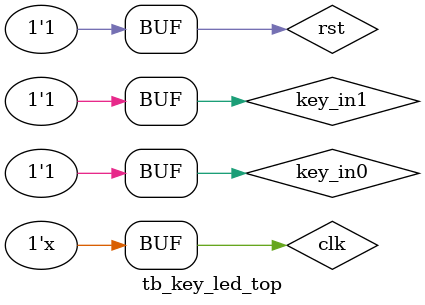
<source format=v>
`timescale  1ns/1ns
`define clk_period 20

module tb_key_led_top();

reg clk;
reg rst;
reg key_in0;
reg key_in1;

wire [3:0]led;

key_led_top key_led_top(
	.clk(clk),
	.rst(rst),
	.key_in0(key_in0),
	.key_in1(key_in1),
	.led(led)
);

initial clk = 1;
always#(`clk_period/2) clk = ~clk;

initial begin
	rst = 1'b0;
	key_in0 = 1'b1;
	key_in1 = 1'b1;
	#(`clk_period*20);
	rst = 1'b1;
	#(`clk_period*2000);
	press_key0;
	#(`clk_period*2000);
	press_key0;
	#(`clk_period*2000);
	press_key0;
	#(`clk_period*2000);
	press_key1;
	#(`clk_period*2000);
	press_key1;
end

reg [15:0]shake_time0;
reg [15:0]shake_time1;
task press_key0;
	begin
		repeat(50)begin
			shake_time0 = {$random}%65536;
			#shake_time0;
			key_in0 = ~key_in0;
		end
		key_in0 = 1'd0;
		#50_000_000;
		repeat(50)begin
			shake_time0 = {$random}%65536;
			#shake_time0;
			key_in0 = ~key_in0;
		end
		key_in0 = 1'd1;
		#50_000_000;
	end
endtask

task press_key1;
	begin
		repeat(50)begin
			shake_time1 = {$random}%65536;
			#shake_time1;
			key_in1 = ~key_in1;
		end
		key_in1 = 1'd0;
		#50_000_000;
		repeat(50)begin
			shake_time1 = {$random}%65536;
			#shake_time1;
			key_in1 = ~key_in1;
		end
		key_in1 = 1'd1;
		#50_000_000;
		
	end
endtask

endmodule 


</source>
